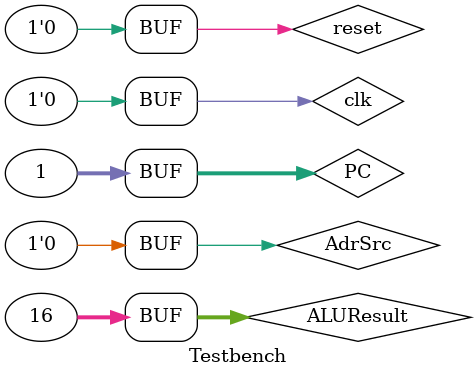
<source format=v>
module Testbench;
reg clk, reset, AdrSrc;
reg [31:0] PC, ALUResult;
wire [31:0] address;

// Instanciação do módulo
Multiplex_address uut (
    .clk(clk),
    .reset(reset),
    .PC(PC),
    .ALUResult(ALUResult),
    .AdrSrc(AdrSrc),
    .address(address)
);

initial begin
    clk = 0;
    reset = 0;
    PC = 32'h0000_0001;
    ALUResult = 32'h0000_0010;
    AdrSrc = 0;
    #10;
    clk = 1;
    #10;
    clk = 2;
    #10;
end
endmodule


</source>
